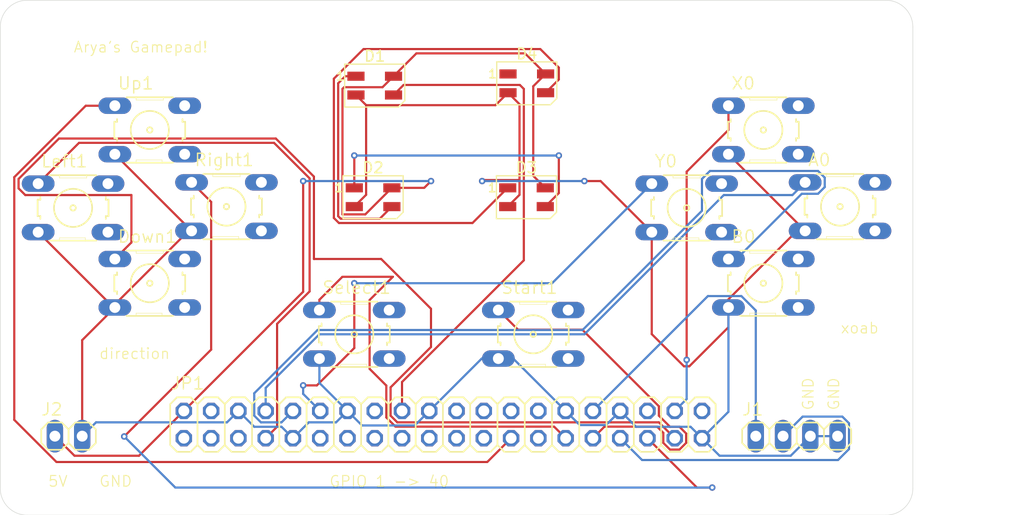
<source format=kicad_pcb>
(kicad_pcb (version 20241229) (generator "pcbnew") (generator_version "9.0")
  (layers (0 "F.Cu" signal) (2 "B.Cu" signal) (13 "F.Paste" user) (15 "B.Paste" user) (5 "F.SilkS" user "F.Silkscreen") (7 "B.SilkS" user "B.Silkscreen") (1 "F.Mask" user) (3 "B.Mask" user) (25 "Edge.Cuts" user))
  (net 0 "")
  (net 3 "GND")
  (net 4 "Net-(A0-S)")
  (net 7 "Net-(B0-S)")
  (net 8 "Net-(D1-DIN)")
  (net 9 "+5V")
  (net 10 "Net-(D1-DOUT)")
  (net 11 "Net-(D2-DOUT)")
  (net 12 "Net-(D3-DOUT)")
  (net 14 "Net-(Down1-S)")
  (net 17 "Net-(J1-Pin_1)")
  (net 18 "Net-(J1-Pin_2)")
  (net 23 "Net-(Select1-S)")
  (net 24 "Net-(X0-S)")
  (net 25 "Net-(Left1-S)")
  (net 28 "Net-(Right1-S)")
  (net 31 "Net-(Start1-S)")
  (net 32 "Net-(Up1-S)")
  (net 33 "Net-(Y0-S)")
  (footprint "components:B3F-10XX" (layer "F.Cu") (at 61.9125 180.975)
    (property "Reference" "Start1" (at -3.048 -3.683 0) (layer "F.SilkS") (effects (font (size 1.143 1.143) (thickness 0.127)) (justify left bottom)))
    (property "Value" "~")
    (pad "1" thru_hole oval (at -3.2512 -2.2606) (size 3.048 1.524) (drill 1.016) (layers "*.Cu" "*.Mask") (net 31 "Net-(Start1-S)"))
    (pad "2" thru_hole oval (at 3.2512 -2.2606) (size 3.048 1.524) (drill 1.016) (layers "*.Cu" "*.Mask"))
    (pad "3" thru_hole oval (at -3.2512 2.2606) (size 3.048 1.524) (drill 1.016) (layers "*.Cu" "*.Mask") (net 3 "GND"))
    (pad "4" thru_hole oval (at 3.2512 2.2606) (size 3.048 1.524) (drill 1.016) (layers "*.Cu" "*.Mask"))
  )
  (footprint "LED_SMD:LED_SK6812MINI_PLCC4_3.5x3.5mm_P1.75mm" (layer "F.Cu") (at 61.28125 168.19375)
    (property "Reference" "D3" (at 0 -2.75 0) (layer "F.SilkS"))
    (property "Value" "SK6812MINI")
    (fp_text user "1" (at -3.2 -0.875 0) (layer "F.SilkS") (effects (font (size 0.8 0.8))))
    (pad "1" smd rect (at -1.75 -0.875) (size 1.6 0.85) (layers "F.Cu" "F.Mask" "F.Paste") (net 12 "Net-(D3-DOUT)"))
    (pad "2" smd rect (at -1.75 0.875) (size 1.6 0.85) (layers "F.Cu" "F.Mask" "F.Paste") (net 3 "GND"))
    (pad "3" smd rect (at 1.75 0.875) (size 1.6 0.85) (layers "F.Cu" "F.Mask" "F.Paste") (net 11 "Net-(D2-DOUT)"))
    (pad "4" smd rect (at 1.75 -0.875) (size 1.6 0.85) (layers "F.Cu" "F.Mask" "F.Paste") (net 9 "+5V"))
  )
  (footprint "components:B3F-10XX" (layer "F.Cu") (at 76.2 169.1894)
    (property "Reference" "Y0" (at -3.048 -3.683 0) (layer "F.SilkS") (effects (font (size 1.143 1.143) (thickness 0.127)) (justify left bottom)))
    (property "Value" "~")
    (pad "1" thru_hole oval (at -3.2512 -2.2606) (size 3.048 1.524) (drill 1.016) (layers "*.Cu" "*.Mask") (net 33 "Net-(Y0-S)"))
    (pad "2" thru_hole oval (at 3.2512 -2.2606) (size 3.048 1.524) (drill 1.016) (layers "*.Cu" "*.Mask"))
    (pad "3" thru_hole oval (at -3.2512 2.2606) (size 3.048 1.524) (drill 1.016) (layers "*.Cu" "*.Mask") (net 3 "GND"))
    (pad "4" thru_hole oval (at 3.2512 2.2606) (size 3.048 1.524) (drill 1.016) (layers "*.Cu" "*.Mask"))
  )
  (footprint "components:1X04" (layer "F.Cu") (at 86.448473 190.470574)
    (property "Reference" "J1" (at -5.1562 -1.8288 0) (layer "F.SilkS") (effects (font (size 1.143 1.143) (thickness 0.127)) (justify left bottom)))
    (property "Value" "Conn_01x04_Socket (bumper)")
    (pad "1" thru_hole oval (at -3.81 0 90) (size 3.048 1.524) (drill 1.016) (layers "*.Cu" "*.Mask") (net 17 "Net-(J1-Pin_1)"))
    (pad "2" thru_hole oval (at -1.27 0 90) (size 3.048 1.524) (drill 1.016) (layers "*.Cu" "*.Mask") (net 18 "Net-(J1-Pin_2)"))
    (pad "3" thru_hole oval (at 1.27 0 90) (size 3.048 1.524) (drill 1.016) (layers "*.Cu" "*.Mask") (net 3 "GND"))
    (pad "4" thru_hole oval (at 3.81 0 90) (size 3.048 1.524) (drill 1.016) (layers "*.Cu" "*.Mask") (net 3 "GND"))
  )
  (footprint "components:B3F-10XX" (layer "F.Cu") (at 90.4875 169.06875)
    (property "Reference" "A0" (at -3.048 -3.683 0) (layer "F.SilkS") (effects (font (size 1.143 1.143) (thickness 0.127)) (justify left bottom)))
    (property "Value" "~")
    (pad "1" thru_hole oval (at -3.2512 -2.2606) (size 3.048 1.524) (drill 1.016) (layers "*.Cu" "*.Mask") (net 4 "Net-(A0-S)"))
    (pad "2" thru_hole oval (at 3.2512 -2.2606) (size 3.048 1.524) (drill 1.016) (layers "*.Cu" "*.Mask"))
    (pad "3" thru_hole oval (at -3.2512 2.2606) (size 3.048 1.524) (drill 1.016) (layers "*.Cu" "*.Mask") (net 3 "GND"))
    (pad "4" thru_hole oval (at 3.2512 2.2606) (size 3.048 1.524) (drill 1.016) (layers "*.Cu" "*.Mask"))
  )
  (footprint "components:B3F-10XX" (layer "F.Cu") (at 26.19375 161.925)
    (property "Reference" "Up1" (at -3.048 -3.683 0) (layer "F.SilkS") (effects (font (size 1.143 1.143) (thickness 0.127)) (justify left bottom)))
    (property "Value" "~")
    (pad "1" thru_hole oval (at -3.2512 -2.2606) (size 3.048 1.524) (drill 1.016) (layers "*.Cu" "*.Mask") (net 32 "Net-(Up1-S)"))
    (pad "2" thru_hole oval (at 3.2512 -2.2606) (size 3.048 1.524) (drill 1.016) (layers "*.Cu" "*.Mask"))
    (pad "3" thru_hole oval (at -3.2512 2.2606) (size 3.048 1.524) (drill 1.016) (layers "*.Cu" "*.Mask") (net 3 "GND"))
    (pad "4" thru_hole oval (at 3.2512 2.2606) (size 3.048 1.524) (drill 1.016) (layers "*.Cu" "*.Mask"))
  )
  (footprint "LED_SMD:LED_SK6812MINI_PLCC4_3.5x3.5mm_P1.75mm" (layer "F.Cu") (at 46.99375 168.19375)
    (property "Reference" "D2" (at 0 -2.75 0) (layer "F.SilkS"))
    (property "Value" "SK6812MINI")
    (fp_text user "1" (at -3.2 -0.875 0) (layer "F.SilkS") (effects (font (size 0.8 0.8))))
    (pad "1" smd rect (at -1.75 -0.875) (size 1.6 0.85) (layers "F.Cu" "F.Mask" "F.Paste") (net 11 "Net-(D2-DOUT)"))
    (pad "2" smd rect (at -1.75 0.875) (size 1.6 0.85) (layers "F.Cu" "F.Mask" "F.Paste") (net 3 "GND"))
    (pad "3" smd rect (at 1.75 0.875) (size 1.6 0.85) (layers "F.Cu" "F.Mask" "F.Paste") (net 10 "Net-(D1-DOUT)"))
    (pad "4" smd rect (at 1.75 -0.875) (size 1.6 0.85) (layers "F.Cu" "F.Mask" "F.Paste") (net 9 "+5V"))
  )
  (footprint "components:B3F-10XX" (layer "F.Cu") (at 19.05 169.1894)
    (property "Reference" "Left1" (at -3.048 -3.683 0) (layer "F.SilkS") (effects (font (size 1.143 1.143) (thickness 0.127)) (justify left bottom)))
    (property "Value" "~")
    (pad "1" thru_hole oval (at -3.2512 -2.2606) (size 3.048 1.524) (drill 1.016) (layers "*.Cu" "*.Mask") (net 25 "Net-(Left1-S)"))
    (pad "2" thru_hole oval (at 3.2512 -2.2606) (size 3.048 1.524) (drill 1.016) (layers "*.Cu" "*.Mask"))
    (pad "3" thru_hole oval (at -3.2512 2.2606) (size 3.048 1.524) (drill 1.016) (layers "*.Cu" "*.Mask") (net 3 "GND"))
    (pad "4" thru_hole oval (at 3.2512 2.2606) (size 3.048 1.524) (drill 1.016) (layers "*.Cu" "*.Mask"))
  )
  (footprint "components:1X02" (layer "F.Cu") (at 18.628394 190.470574)
    (property "Reference" "J2" (at -2.6162 -1.8288 0) (layer "F.SilkS") (effects (font (size 1.143 1.143) (thickness 0.127)) (justify left bottom)))
    (property "Value" "Conn_01x02_Socket (power)")
    (pad "1" thru_hole oval (at -1.27 0 90) (size 3.048 1.524) (drill 1.016) (layers "*.Cu" "*.Mask") (net 9 "+5V"))
    (pad "2" thru_hole oval (at 1.27 0 90) (size 3.048 1.524) (drill 1.016) (layers "*.Cu" "*.Mask") (net 3 "GND"))
  )
  (footprint "components:B3F-10XX" (layer "F.Cu") (at 33.3375 169.06875)
    (property "Reference" "Right1" (at -3.048 -3.683 0) (layer "F.SilkS") (effects (font (size 1.143 1.143) (thickness 0.127)) (justify left bottom)))
    (property "Value" "~")
    (pad "1" thru_hole oval (at -3.2512 -2.2606) (size 3.048 1.524) (drill 1.016) (layers "*.Cu" "*.Mask") (net 28 "Net-(Right1-S)"))
    (pad "2" thru_hole oval (at 3.2512 -2.2606) (size 3.048 1.524) (drill 1.016) (layers "*.Cu" "*.Mask"))
    (pad "3" thru_hole oval (at -3.2512 2.2606) (size 3.048 1.524) (drill 1.016) (layers "*.Cu" "*.Mask") (net 3 "GND"))
    (pad "4" thru_hole oval (at 3.2512 2.2606) (size 3.048 1.524) (drill 1.016) (layers "*.Cu" "*.Mask"))
  )
  (footprint "components:B3F-10XX" (layer "F.Cu") (at 83.34375 176.2125)
    (property "Reference" "B0" (at -3.048 -3.683 0) (layer "F.SilkS") (effects (font (size 1.143 1.143) (thickness 0.127)) (justify left bottom)))
    (property "Value" "~")
    (pad "1" thru_hole oval (at -3.2512 -2.2606) (size 3.048 1.524) (drill 1.016) (layers "*.Cu" "*.Mask") (net 7 "Net-(B0-S)"))
    (pad "2" thru_hole oval (at 3.2512 -2.2606) (size 3.048 1.524) (drill 1.016) (layers "*.Cu" "*.Mask"))
    (pad "3" thru_hole oval (at -3.2512 2.2606) (size 3.048 1.524) (drill 1.016) (layers "*.Cu" "*.Mask") (net 3 "GND"))
    (pad "4" thru_hole oval (at 3.2512 2.2606) (size 3.048 1.524) (drill 1.016) (layers "*.Cu" "*.Mask"))
  )
  (footprint "components:B3F-10XX" (layer "F.Cu") (at 45.24375 180.975)
    (property "Reference" "Select1" (at -3.048 -3.683 0) (layer "F.SilkS") (effects (font (size 1.143 1.143) (thickness 0.127)) (justify left bottom)))
    (property "Value" "~")
    (pad "1" thru_hole oval (at -3.2512 -2.2606) (size 3.048 1.524) (drill 1.016) (layers "*.Cu" "*.Mask") (net 23 "Net-(Select1-S)"))
    (pad "2" thru_hole oval (at 3.2512 -2.2606) (size 3.048 1.524) (drill 1.016) (layers "*.Cu" "*.Mask"))
    (pad "3" thru_hole oval (at -3.2512 2.2606) (size 3.048 1.524) (drill 1.016) (layers "*.Cu" "*.Mask") (net 3 "GND"))
    (pad "4" thru_hole oval (at 3.2512 2.2606) (size 3.048 1.524) (drill 1.016) (layers "*.Cu" "*.Mask"))
  )
  (footprint "components:2X20" (layer "F.Cu") (at 53.49875 189.38875)
    (property "Reference" "JP1" (at -25.4 -3.175 0) (layer "F.SilkS") (effects (font (size 1.143 1.143) (thickness 0.127)) (justify left bottom)))
    (property "Value" "~")
    (pad "1" thru_hole roundrect (at -24.13 1.27) (size 1.524 1.524) (drill 1.016) (layers "*.Cu" "*.Mask") (chamfer_ratio 0.2928932188) (chamfer top_left top_right bottom_left bottom_right))
    (pad "2" thru_hole roundrect (at -24.13 -1.27) (size 1.524 1.524) (drill 1.016) (layers "*.Cu" "*.Mask") (chamfer_ratio 0.2928932188) (chamfer top_left top_right bottom_left bottom_right) (net 9 "+5V"))
    (pad "3" thru_hole roundrect (at -21.59 1.27) (size 1.524 1.524) (drill 1.016) (layers "*.Cu" "*.Mask") (chamfer_ratio 0.2928932188) (chamfer top_left top_right bottom_left bottom_right))
    (pad "4" thru_hole roundrect (at -21.59 -1.27) (size 1.524 1.524) (drill 1.016) (layers "*.Cu" "*.Mask") (chamfer_ratio 0.2928932188) (chamfer top_left top_right bottom_left bottom_right))
    (pad "5" thru_hole roundrect (at -19.05 1.27) (size 1.524 1.524) (drill 1.016) (layers "*.Cu" "*.Mask") (chamfer_ratio 0.2928932188) (chamfer top_left top_right bottom_left bottom_right))
    (pad "6" thru_hole roundrect (at -19.05 -1.27) (size 1.524 1.524) (drill 1.016) (layers "*.Cu" "*.Mask") (chamfer_ratio 0.2928932188) (chamfer top_left top_right bottom_left bottom_right) (net 3 "GND"))
    (pad "7" thru_hole roundrect (at -16.51 1.27) (size 1.524 1.524) (drill 1.016) (layers "*.Cu" "*.Mask") (chamfer_ratio 0.2928932188) (chamfer top_left top_right bottom_left bottom_right) (net 25 "Net-(Left1-S)"))
    (pad "8" thru_hole roundrect (at -16.51 -1.27) (size 1.524 1.524) (drill 1.016) (layers "*.Cu" "*.Mask") (chamfer_ratio 0.2928932188) (chamfer top_left top_right bottom_left bottom_right) (net 4 "Net-(A0-S)"))
    (pad "9" thru_hole roundrect (at -13.97 1.27) (size 1.524 1.524) (drill 1.016) (layers "*.Cu" "*.Mask") (chamfer_ratio 0.2928932188) (chamfer top_left top_right bottom_left bottom_right) (net 3 "GND"))
    (pad "10" thru_hole roundrect (at -13.97 -1.27) (size 1.524 1.524) (drill 1.016) (layers "*.Cu" "*.Mask") (chamfer_ratio 0.2928932188) (chamfer top_left top_right bottom_left bottom_right) (net 7 "Net-(B0-S)"))
    (pad "11" thru_hole roundrect (at -11.43 1.27) (size 1.524 1.524) (drill 1.016) (layers "*.Cu" "*.Mask") (chamfer_ratio 0.2928932188) (chamfer top_left top_right bottom_left bottom_right))
    (pad "12" thru_hole roundrect (at -11.43 -1.27) (size 1.524 1.524) (drill 1.016) (layers "*.Cu" "*.Mask") (chamfer_ratio 0.2928932188) (chamfer top_left top_right bottom_left bottom_right) (net 33 "Net-(Y0-S)"))
    (pad "13" thru_hole roundrect (at -8.89 1.27) (size 1.524 1.524) (drill 1.016) (layers "*.Cu" "*.Mask") (chamfer_ratio 0.2928932188) (chamfer top_left top_right bottom_left bottom_right))
    (pad "14" thru_hole roundrect (at -8.89 -1.27) (size 1.524 1.524) (drill 1.016) (layers "*.Cu" "*.Mask") (chamfer_ratio 0.2928932188) (chamfer top_left top_right bottom_left bottom_right) (net 3 "GND"))
    (pad "15" thru_hole roundrect (at -6.35 1.27) (size 1.524 1.524) (drill 1.016) (layers "*.Cu" "*.Mask") (chamfer_ratio 0.2928932188) (chamfer top_left top_right bottom_left bottom_right))
    (pad "16" thru_hole roundrect (at -6.35 -1.27) (size 1.524 1.524) (drill 1.016) (layers "*.Cu" "*.Mask") (chamfer_ratio 0.2928932188) (chamfer top_left top_right bottom_left bottom_right))
    (pad "17" thru_hole roundrect (at -3.81 1.27) (size 1.524 1.524) (drill 1.016) (layers "*.Cu" "*.Mask") (chamfer_ratio 0.2928932188) (chamfer top_left top_right bottom_left bottom_right))
    (pad "18" thru_hole roundrect (at -3.81 -1.27) (size 1.524 1.524) (drill 1.016) (layers "*.Cu" "*.Mask") (chamfer_ratio 0.2928932188) (chamfer top_left top_right bottom_left bottom_right) (net 8 "Net-(D1-DIN)"))
    (pad "19" thru_hole roundrect (at -1.27 1.27) (size 1.524 1.524) (drill 1.016) (layers "*.Cu" "*.Mask") (chamfer_ratio 0.2928932188) (chamfer top_left top_right bottom_left bottom_right))
    (pad "20" thru_hole roundrect (at -1.27 -1.27) (size 1.524 1.524) (drill 1.016) (layers "*.Cu" "*.Mask") (chamfer_ratio 0.2928932188) (chamfer top_left top_right bottom_left bottom_right) (net 3 "GND"))
    (pad "21" thru_hole roundrect (at 1.27 1.27) (size 1.524 1.524) (drill 1.016) (layers "*.Cu" "*.Mask") (chamfer_ratio 0.2928932188) (chamfer top_left top_right bottom_left bottom_right))
    (pad "22" thru_hole roundrect (at 1.27 -1.27) (size 1.524 1.524) (drill 1.016) (layers "*.Cu" "*.Mask") (chamfer_ratio 0.2928932188) (chamfer top_left top_right bottom_left bottom_right))
    (pad "23" thru_hole roundrect (at 3.81 1.27) (size 1.524 1.524) (drill 1.016) (layers "*.Cu" "*.Mask") (chamfer_ratio 0.2928932188) (chamfer top_left top_right bottom_left bottom_right))
    (pad "24" thru_hole roundrect (at 3.81 -1.27) (size 1.524 1.524) (drill 1.016) (layers "*.Cu" "*.Mask") (chamfer_ratio 0.2928932188) (chamfer top_left top_right bottom_left bottom_right))
    (pad "25" thru_hole roundrect (at 6.35 1.27) (size 1.524 1.524) (drill 1.016) (layers "*.Cu" "*.Mask") (chamfer_ratio 0.2928932188) (chamfer top_left top_right bottom_left bottom_right) (net 32 "Net-(Up1-S)"))
    (pad "26" thru_hole roundrect (at 6.35 -1.27) (size 1.524 1.524) (drill 1.016) (layers "*.Cu" "*.Mask") (chamfer_ratio 0.2928932188) (chamfer top_left top_right bottom_left bottom_right))
    (pad "27" thru_hole roundrect (at 8.89 1.27) (size 1.524 1.524) (drill 1.016) (layers "*.Cu" "*.Mask") (chamfer_ratio 0.2928932188) (chamfer top_left top_right bottom_left bottom_right))
    (pad "28" thru_hole roundrect (at 8.89 -1.27) (size 1.524 1.524) (drill 1.016) (layers "*.Cu" "*.Mask") (chamfer_ratio 0.2928932188) (chamfer top_left top_right bottom_left bottom_right))
    (pad "29" thru_hole roundrect (at 11.43 1.27) (size 1.524 1.524) (drill 1.016) (layers "*.Cu" "*.Mask") (chamfer_ratio 0.2928932188) (chamfer top_left top_right bottom_left bottom_right) (net 23 "Net-(Select1-S)"))
    (pad "30" thru_hole roundrect (at 11.43 -1.27) (size 1.524 1.524) (drill 1.016) (layers "*.Cu" "*.Mask") (chamfer_ratio 0.2928932188) (chamfer top_left top_right bottom_left bottom_right) (net 3 "GND"))
    (pad "31" thru_hole roundrect (at 13.97 1.27) (size 1.524 1.524) (drill 1.016) (layers "*.Cu" "*.Mask") (chamfer_ratio 0.2928932188) (chamfer top_left top_right bottom_left bottom_right) (net 31 "Net-(Start1-S)"))
    (pad "32" thru_hole roundrect (at 13.97 -1.27) (size 1.524 1.524) (drill 1.016) (layers "*.Cu" "*.Mask") (chamfer_ratio 0.2928932188) (chamfer top_left top_right bottom_left bottom_right) (net 17 "Net-(J1-Pin_1)"))
    (pad "33" thru_hole roundrect (at 16.51 1.27) (size 1.524 1.524) (drill 1.016) (layers "*.Cu" "*.Mask") (chamfer_ratio 0.2928932188) (chamfer top_left top_right bottom_left bottom_right) (net 18 "Net-(J1-Pin_2)"))
    (pad "34" thru_hole roundrect (at 16.51 -1.27) (size 1.524 1.524) (drill 1.016) (layers "*.Cu" "*.Mask") (chamfer_ratio 0.2928932188) (chamfer top_left top_right bottom_left bottom_right) (net 3 "GND"))
    (pad "35" thru_hole roundrect (at 19.05 1.27) (size 1.524 1.524) (drill 1.016) (layers "*.Cu" "*.Mask") (chamfer_ratio 0.2928932188) (chamfer top_left top_right bottom_left bottom_right) (net 28 "Net-(Right1-S)"))
    (pad "36" thru_hole roundrect (at 19.05 -1.27) (size 1.524 1.524) (drill 1.016) (layers "*.Cu" "*.Mask") (chamfer_ratio 0.2928932188) (chamfer top_left top_right bottom_left bottom_right) (net 32 "Net-(Up1-S)"))
    (pad "37" thru_hole roundrect (at 21.59 1.27) (size 1.524 1.524) (drill 1.016) (layers "*.Cu" "*.Mask") (chamfer_ratio 0.2928932188) (chamfer top_left top_right bottom_left bottom_right) (net 14 "Net-(Down1-S)"))
    (pad "38" thru_hole roundrect (at 21.59 -1.27) (size 1.524 1.524) (drill 1.016) (layers "*.Cu" "*.Mask") (chamfer_ratio 0.2928932188) (chamfer top_left top_right bottom_left bottom_right) (net 24 "Net-(X0-S)"))
    (pad "39" thru_hole roundrect (at 24.13 1.27) (size 1.524 1.524) (drill 1.016) (layers "*.Cu" "*.Mask") (chamfer_ratio 0.2928932188) (chamfer top_left top_right bottom_left bottom_right) (net 3 "GND"))
    (pad "40" thru_hole roundrect (at 24.13 -1.27) (size 1.524 1.524) (drill 1.016) (layers "*.Cu" "*.Mask") (chamfer_ratio 0.2928932188) (chamfer top_left top_right bottom_left bottom_right))
  )
  (footprint "components:B3F-10XX" (layer "F.Cu") (at 83.34375 161.925)
    (property "Reference" "X0" (at -3.048 -3.683 0) (layer "F.SilkS") (effects (font (size 1.143 1.143) (thickness 0.127)) (justify left bottom)))
    (property "Value" "~")
    (pad "1" thru_hole oval (at -3.2512 -2.2606) (size 3.048 1.524) (drill 1.016) (layers "*.Cu" "*.Mask") (net 24 "Net-(X0-S)"))
    (pad "2" thru_hole oval (at 3.2512 -2.2606) (size 3.048 1.524) (drill 1.016) (layers "*.Cu" "*.Mask"))
    (pad "3" thru_hole oval (at -3.2512 2.2606) (size 3.048 1.524) (drill 1.016) (layers "*.Cu" "*.Mask") (net 3 "GND"))
    (pad "4" thru_hole oval (at 3.2512 2.2606) (size 3.048 1.524) (drill 1.016) (layers "*.Cu" "*.Mask"))
  )
  (footprint "LED_SMD:LED_SK6812MINI_PLCC4_3.5x3.5mm_P1.75mm" (layer "F.Cu") (at 61.310738 157.575134)
    (property "Reference" "D4" (at 0 -2.75 0) (layer "F.SilkS"))
    (property "Value" "SK6812MINI")
    (fp_text user "1" (at -3.2 -0.875 0) (layer "F.SilkS") (effects (font (size 0.8 0.8))))
    (pad "1" smd rect (at -1.75 -0.875) (size 1.6 0.85) (layers "F.Cu" "F.Mask" "F.Paste"))
    (pad "2" smd rect (at -1.75 0.875) (size 1.6 0.85) (layers "F.Cu" "F.Mask" "F.Paste") (net 3 "GND"))
    (pad "3" smd rect (at 1.75 0.875) (size 1.6 0.85) (layers "F.Cu" "F.Mask" "F.Paste") (net 12 "Net-(D3-DOUT)"))
    (pad "4" smd rect (at 1.75 -0.875) (size 1.6 0.85) (layers "F.Cu" "F.Mask" "F.Paste") (net 9 "+5V"))
  )
  (footprint "LED_SMD:LED_SK6812MINI_PLCC4_3.5x3.5mm_P1.75mm" (layer "F.Cu") (at 47.147821 157.788431)
    (property "Reference" "D1" (at 0 -2.75 0) (layer "F.SilkS"))
    (property "Value" "SK6812MINI")
    (fp_text user "1" (at -3.2 -0.875 0) (layer "F.SilkS") (effects (font (size 0.8 0.8))))
    (pad "1" smd rect (at -1.75 -0.875) (size 1.6 0.85) (layers "F.Cu" "F.Mask" "F.Paste") (net 10 "Net-(D1-DOUT)"))
    (pad "2" smd rect (at -1.75 0.875) (size 1.6 0.85) (layers "F.Cu" "F.Mask" "F.Paste") (net 3 "GND"))
    (pad "3" smd rect (at 1.75 0.875) (size 1.6 0.85) (layers "F.Cu" "F.Mask" "F.Paste") (net 8 "Net-(D1-DIN)"))
    (pad "4" smd rect (at 1.75 -0.875) (size 1.6 0.85) (layers "F.Cu" "F.Mask" "F.Paste") (net 9 "+5V"))
  )
  (footprint "components:B3F-10XX" (layer "F.Cu") (at 26.19375 176.2125)
    (property "Reference" "Down1" (at -3.048 -3.683 0) (layer "F.SilkS") (effects (font (size 1.143 1.143) (thickness 0.127)) (justify left bottom)))
    (property "Value" "~")
    (pad "1" thru_hole oval (at -3.2512 -2.2606) (size 3.048 1.524) (drill 1.016) (layers "*.Cu" "*.Mask") (net 14 "Net-(Down1-S)"))
    (pad "2" thru_hole oval (at 3.2512 -2.2606) (size 3.048 1.524) (drill 1.016) (layers "*.Cu" "*.Mask"))
    (pad "3" thru_hole oval (at -3.2512 2.2606) (size 3.048 1.524) (drill 1.016) (layers "*.Cu" "*.Mask") (net 3 "GND"))
    (pad "4" thru_hole oval (at 3.2512 2.2606) (size 3.048 1.524) (drill 1.016) (layers "*.Cu" "*.Mask"))
  )
  (gr_arc (start 12.26875 152.33125) (mid 13.000983 150.563483) (end 14.76875 149.83125) (stroke (width 0.05)) (layer "Edge.Cuts"))
  (gr_arc (start 94.76875 149.83125) (mid 96.536517 150.563483) (end 97.26875 152.33125) (stroke (width 0.05)) (layer "Edge.Cuts"))
  (gr_line (start 94.76875 197.83125) (end 14.76875 197.83125) (stroke (width 0.05)) (layer "Edge.Cuts"))
  (gr_arc (start 97.26875 195.33125) (mid 96.536517 197.099017) (end 94.76875 197.83125) (stroke (width 0.05)) (layer "Edge.Cuts"))
  (gr_line (start 12.26875 195.33125) (end 12.26875 152.33125) (stroke (width 0.05)) (layer "Edge.Cuts"))
  (gr_arc (start 14.76875 197.83125) (mid 13.000983 197.099017) (end 12.26875 195.33125) (stroke (width 0.05)) (layer "Edge.Cuts"))
  (gr_line (start 97.26875 152.33125) (end 97.26875 195.33125) (stroke (width 0.05)) (layer "Edge.Cuts"))
  (gr_line (start 14.76875 149.83125) (end 94.76875 149.83125) (stroke (width 0.05)) (layer "Edge.Cuts"))
  (gr_text "GPIO 1 -> 40" (at 42.8625 195.2625 0) (layer "F.SilkS") (effects (font (size 1 1) (thickness 0.1)) (justify left bottom)))
  (gr_text "GND\n" (at 90.4875 188.11875 90) (layer "F.SilkS") (effects (font (size 1 1) (thickness 0.1)) (justify left bottom)))
  (gr_text "GND\n" (at 88.10625 188.11875 90) (layer "F.SilkS") (effects (font (size 1 1) (thickness 0.1)) (justify left bottom)))
  (gr_text "GND\n" (at 21.43125 195.2625 0) (layer "F.SilkS") (effects (font (size 1 1) (thickness 0.1)) (justify left bottom)))
  (gr_text "direction" (at 21.43125 183.35625 0) (layer "F.SilkS") (effects (font (size 1 1) (thickness 0.1)) (justify left bottom)))
  (gr_text "Arya's Gamepad!\n" (at 19.05 154.78125 0) (layer "F.SilkS") (effects (font (size 1 1) (thickness 0.1)) (justify left bottom)))
  (gr_text "xoab\n" (at 90.4875 180.975 0) (layer "F.SilkS") (effects (font (size 1 1) (thickness 0.1)) (justify left bottom)))
  (gr_text "5V\n" (at 16.66875 195.2625 0) (layer "F.SilkS") (effects (font (size 1 1) (thickness 0.1)) (justify left bottom)))
  (segment (start 45.24375 169.06875) (end 46.34475 167.96775) (width 0.2) (layer "F.Cu") (net 3))
  (segment (start 80.09255 180.313643) (end 76.448943 183.95725) (width 0.2) (layer "F.Cu") (net 3))
  (segment (start 30.0863 171.32935) (end 22.94255 164.1856) (width 0.2) (layer "F.Cu") (net 3))
  (segment (start 58.400512 159.61036) (end 59.560738 158.450134) (width 0.2) (layer "F.Cu") (net 3))
  (segment (start 76.448943 183.95725) (end 75.951057 183.95725) (width 0.2) (layer "F.Cu") (net 3))
  (segment (start 22.94255 178.4731) (end 22.94255 178.188991) (width 0.2) (layer "F.Cu") (net 3))
  (segment (start 29.802191 171.32935) (end 30.0863 171.32935) (width 0.2) (layer "F.Cu") (net 3))
  (segment (start 60.5375 166.59275) (end 60.63225 166.6875) (width 0.2) (layer "F.Cu") (net 3))
  (segment (start 19.898394 181.517256) (end 22.94255 178.4731) (width 0.2) (layer "F.Cu") (net 3))
  (segment (start 22.94255 178.4731) (end 22.8219 178.4731) (width 0.2) (layer "F.Cu") (net 3))
  (segment (start 59.560738 158.450134) (end 60.63225 159.521646) (width 0.2) (layer "F.Cu") (net 3))
  (segment (start 72.9488 171.45) (end 68.1863 166.6875) (width 0.2) (layer "F.Cu") (net 3))
  (segment (start 60.63225 166.6875) (end 60.63225 167.96775) (width 0.2) (layer "F.Cu") (net 3))
  (segment (start 57.24475 166.59275) (end 60.5375 166.59275) (width 0.2) (layer "F.Cu") (net 3))
  (segment (start 80.09255 177.7111) (end 80.09255 178.4731) (width 0.2) (layer "F.Cu") (net 3))
  (segment (start 72.9488 180.954993) (end 72.9488 171.45) (width 0.2) (layer "F.Cu") (net 3))
  (segment (start 80.09255 178.4731) (end 80.09255 180.313643) (width 0.2) (layer "F.Cu") (net 3))
  (segment (start 68.1863 166.6875) (end 66.675 166.6875) (width 0.2) (layer "F.Cu") (net 3))
  (segment (start 45.397821 158.663431) (end 46.34475 159.61036) (width 0.2) (layer "F.Cu") (net 3))
  (segment (start 60.63225 167.96775) (end 59.53125 169.06875) (width 0.2) (layer "F.Cu") (net 3))
  (segment (start 46.34475 167.96775) (end 46.34475 159.61036) (width 0.2) (layer "F.Cu") (net 3))
  (segment (start 86.4743 171.32935) (end 80.09255 177.7111) (width 0.2) (layer "F.Cu") (net 3))
  (segment (start 80.09255 164.1856) (end 87.2363 171.32935) (width 0.2) (layer "F.Cu") (net 3))
  (segment (start 46.34475 159.61036) (end 58.400512 159.61036) (width 0.2) (layer "F.Cu") (net 3))
  (segment (start 57.15 166.6875) (end 57.24475 166.59275) (width 0.2) (layer "F.Cu") (net 3))
  (segment (start 19.898394 190.470574) (end 19.898394 181.517256) (width 0.2) (layer "F.Cu") (net 3))
  (segment (start 87.2363 171.32935) (end 86.4743 171.32935) (width 0.2) (layer "F.Cu") (net 3))
  (segment (start 22.94255 178.188991) (end 29.802191 171.32935) (width 0.2) (layer "F.Cu") (net 3))
  (segment (start 60.63225 159.521646) (end 60.63225 166.6875) (width 0.2) (layer "F.Cu") (net 3))
  (segment (start 22.8219 178.4731) (end 15.7988 171.45) (width 0.2) (layer "F.Cu") (net 3))
  (segment (start 75.951057 183.95725) (end 72.9488 180.954993) (width 0.2) (layer "F.Cu") (net 3))
  (via (at 57.15 166.6875) (size 0.6) (drill 0.3) (layers "F.Cu" "B.Cu") (net 3))
  (via (at 66.675 166.6875) (size 0.6) (drill 0.3) (layers "F.Cu" "B.Cu") (net 3))
  (segment (start 79.265574 192.295574) (end 85.893473 192.295574) (width 0.2) (layer "B.Cu") (net 3))
  (segment (start 76.56575 189.59575) (end 77.62875 190.65875) (width 0.2) (layer "B.Cu") (net 3))
  (segment (start 58.6613 183.2356) (end 60.0456 183.2356) (width 0.2) (layer "B.Cu") (net 3))
  (segment (start 66.675 166.6875) (end 57.15 166.6875) (width 0.2) (layer "B.Cu") (net 3))
  (segment (start 19.898394 190.470574) (end 21.187218 189.18175) (width 0.2) (layer "B.Cu") (net 3))
  (segment (start 80.09255 188.19495) (end 80.09255 178.4731) (width 0.2) (layer "B.Cu") (net 3))
  (segment (start 41.00575 189.18175) (end 43.54575 189.18175) (width 0.2) (layer "B.Cu") (net 3))
  (segment (start 64.92875 188.11875) (end 66.247 189.437) (width 0.2) (layer "B.Cu") (net 3))
  (segment (start 34.44875 188.11875) (end 35.92575 189.59575) (width 0.2) (layer "B.Cu") (net 3))
  (segment (start 21.187218 189.18175) (end 33.38575 189.18175) (width 0.2) (layer "B.Cu") (net 3))
  (segment (start 77.62875 190.65875) (end 79.265574 192.295574) (width 0.2) (layer "B.Cu") (net 3))
  (segment (start 33.38575 189.18175) (end 34.44875 188.11875) (width 0.2) (layer "B.Cu") (net 3))
  (segment (start 66.247 189.437) (end 68.6905 189.437) (width 0.2) (layer "B.Cu") (net 3))
  (segment (start 52.22875 188.11875) (end 57.1119 183.2356) (width 0.2) (layer "B.Cu") (net 3))
  (segment (start 43.54575 189.18175) (end 44.60875 188.11875) (width 0.2) (layer "B.Cu") (net 3))
  (segment (start 35.92575 189.59575) (end 38.46575 189.59575) (width 0.2) (layer "B.Cu") (net 3))
  (segment (start 68.6905 189.437) (end 70.00875 188.11875) (width 0.2) (layer "B.Cu") (net 3))
  (segment (start 70.00875 188.11875) (end 71.48575 189.59575) (width 0.2) (layer "B.Cu") (net 3))
  (segment (start 41.99255 185.50255) (end 41.99255 183.2356) (width 0.2) (layer "B.Cu") (net 3))
  (segment (start 44.60875 188.11875) (end 45.96294 189.47294) (width 0.2) (layer "B.Cu") (net 3))
  (segment (start 60.0456 183.2356) (end 64.92875 188.11875) (width 0.2) (layer "B.Cu") (net 3))
  (segment (start 77.62875 190.65875) (end 80.09255 188.19495) (width 0.2) (layer "B.Cu") (net 3))
  (segment (start 71.48575 189.59575) (end 76.56575 189.59575) (width 0.2) (layer "B.Cu") (net 3))
  (segment (start 50.87456 189.47294) (end 52.22875 188.11875) (width 0.2) (layer "B.Cu") (net 3))
  (segment (start 38.46575 189.59575) (end 39.52875 190.65875) (width 0.2) (layer "B.Cu") (net 3))
  (segment (start 57.1119 183.2356) (end 58.6613 183.2356) (width 0.2) (layer "B.Cu") (net 3))
  (segment (start 85.893473 192.295574) (end 87.718473 190.470574) (width 0.2) (layer "B.Cu") (net 3))
  (segment (start 39.52875 190.65875) (end 41.00575 189.18175) (width 0.2) (layer "B.Cu") (net 3))
  (segment (start 45.96294 189.47294) (end 50.87456 189.47294) (width 0.2) (layer "B.Cu") (net 3))
  (segment (start 87.718473 190.470574) (end 90.258473 190.470574) (width 0.2) (layer "B.Cu") (net 3))
  (segment (start 44.60875 188.11875) (end 41.99255 185.50255) (width 0.2) (layer "B.Cu") (net 3))
  (segment (start 66.675 180.975) (end 79.6582 167.9918) (width 0.2) (layer "B.Cu") (net 4))
  (segment (start 36.98875 185.974091) (end 41.987841 180.975) (width 0.2) (layer "B.Cu") (net 4))
  (segment (start 36.98875 188.11875) (end 36.98875 185.974091) (width 0.2) (layer "B.Cu") (net 4))
  (segment (start 79.6582 167.9918) (end 86.05265 167.9918) (width 0.2) (layer "B.Cu") (net 4))
  (segment (start 41.987841 180.975) (end 66.675 180.975) (width 0.2) (layer "B.Cu") (net 4))
  (segment (start 86.05265 167.9918) (end 87.2363 166.80815) (width 0.2) (layer "B.Cu") (net 4))
  (segment (start 77.6262 169.4567) (end 77.6262 166.488491) (width 0.2) (layer "B.Cu") (net 7))
  (segment (start 89.0613 167.248459) (end 88.438609 167.87115) (width 0.2) (layer "B.Cu") (net 7))
  (segment (start 77.6262 166.488491) (end 78.369541 165.74515) (width 0.2) (layer "B.Cu") (net 7))
  (segment (start 36.54844 189.18175) (end 35.92575 188.55906) (width 0.2) (layer "B.Cu") (net 7))
  (segment (start 86.9226 167.87115) (end 80.84185 173.9519) (width 0.2) (layer "B.Cu") (net 7))
  (segment (start 39.52875 188.11875) (end 38.46575 189.18175) (width 0.2) (layer "B.Cu") (net 7))
  (segment (start 35.92575 186.469991) (end 41.821741 180.574) (width 0.2) (layer "B.Cu") (net 7))
  (segment (start 80.84185 173.9519) (end 80.09255 173.9519) (width 0.2) (layer "B.Cu") (net 7))
  (segment (start 38.46575 189.18175) (end 36.54844 189.18175) (width 0.2) (layer "B.Cu") (net 7))
  (segment (start 66.5089 180.574) (end 77.6262 169.4567) (width 0.2) (layer "B.Cu") (net 7))
  (segment (start 89.0613 166.367841) (end 89.0613 167.248459) (width 0.2) (layer "B.Cu") (net 7))
  (segment (start 78.369541 165.74515) (end 88.438609 165.74515) (width 0.2) (layer "B.Cu") (net 7))
  (segment (start 35.92575 188.55906) (end 35.92575 186.469991) (width 0.2) (layer "B.Cu") (net 7))
  (segment (start 41.821741 180.574) (end 66.5089 180.574) (width 0.2) (layer "B.Cu") (net 7))
  (segment (start 88.438609 165.74515) (end 89.0613 166.367841) (width 0.2) (layer "B.Cu") (net 7))
  (segment (start 88.438609 167.87115) (end 86.9226 167.87115) (width 0.2) (layer "B.Cu") (net 7))
  (segment (start 49.68875 185.421641) (end 49.68875 188.11875) (width 0.2) (layer "F.Cu") (net 8))
  (segment (start 61.03325 174.077141) (end 49.68875 185.421641) (width 0.2) (layer "F.Cu") (net 8))
  (segment (start 49.837118 157.724134) (end 60.661738 157.724134) (width 0.2) (layer "F.Cu") (net 8))
  (segment (start 60.661738 157.724134) (end 61.03325 158.095646) (width 0.2) (layer "F.Cu") (net 8))
  (segment (start 48.897821 158.663431) (end 49.837118 157.724134) (width 0.2) (layer "F.Cu") (net 8))
  (segment (start 61.03325 158.095646) (end 61.03325 174.077141) (width 0.2) (layer "F.Cu") (net 8))
  (segment (start 40.48125 177.00625) (end 40.48125 166.6875) (width 0.2) (layer "F.Cu") (net 9))
  (segment (start 61.9125 157.848372) (end 61.9125 166.2) (width 0.2) (layer "F.Cu") (net 9))
  (segment (start 47.873821 157.937431) (end 48.897821 156.913431) (width 0.2) (layer "F.Cu") (net 9))
  (segment (start 44.296821 157.937431) (end 47.873821 157.937431) (width 0.2) (layer "F.Cu") (net 9))
  (segment (start 25.191926 192.295574) (end 29.36875 188.11875) (width 0.2) (layer "F.Cu") (net 9))
  (segment (start 61.141854 154.78125) (end 63.060738 156.700134) (width 0.2) (layer "F.Cu") (net 9))
  (segment (start 29.36875 188.11875) (end 40.48125 177.00625) (width 0.2) (layer "F.Cu") (net 9))
  (segment (start 19.183394 192.295574) (end 25.191926 192.295574) (width 0.2) (layer "F.Cu") (net 9))
  (segment (start 51.75625 167.31875) (end 48.74375 167.31875) (width 0.2) (layer "F.Cu") (net 9))
  (segment (start 44.14275 158.091502) (end 44.296821 157.937431) (width 0.2) (layer "F.Cu") (net 9))
  (segment (start 17.358394 190.470574) (end 19.183394 192.295574) (width 0.2) (layer "F.Cu") (net 9))
  (segment (start 46.26775 169.79475) (end 44.14275 169.79475) (width 0.2) (layer "F.Cu") (net 9))
  (segment (start 63.060738 156.700134) (end 61.9125 157.848372) (width 0.2) (layer "F.Cu") (net 9))
  (segment (start 44.14275 169.79475) (end 44.14275 158.091502) (width 0.2) (layer "F.Cu") (net 9))
  (segment (start 51.030002 154.78125) (end 61.141854 154.78125) (width 0.2) (layer "F.Cu") (net 9))
  (segment (start 61.9125 166.2) (end 63.03125 167.31875) (width 0.2) (layer "F.Cu") (net 9))
  (segment (start 48.74375 167.31875) (end 46.26775 169.79475) (width 0.2) (layer "F.Cu") (net 9))
  (segment (start 48.897821 156.913431) (end 51.030002 154.78125) (width 0.2) (layer "F.Cu") (net 9))
  (segment (start 52.3875 166.6875) (end 51.75625 167.31875) (width 0.2) (layer "F.Cu") (net 9))
  (via (at 52.3875 166.6875) (size 0.6) (drill 0.3) (layers "F.Cu" "B.Cu") (net 9))
  (via (at 40.48125 166.6875) (size 0.6) (drill 0.3) (layers "F.Cu" "B.Cu") (net 9))
  (segment (start 40.48125 166.6875) (end 52.3875 166.6875) (width 0.2) (layer "B.Cu") (net 9))
  (segment (start 47.61675 170.19575) (end 48.74375 169.06875) (width 0.2) (layer "F.Cu") (net 10))
  (segment (start 44.397821 156.913431) (end 43.74175 157.569502) (width 0.2) (layer "F.Cu") (net 10))
  (segment (start 43.74175 169.96085) (end 43.97665 170.19575) (width 0.2) (layer "F.Cu") (net 10))
  (segment (start 45.397821 156.913431) (end 44.397821 156.913431) (width 0.2) (layer "F.Cu") (net 10))
  (segment (start 43.74175 157.569502) (end 43.74175 169.96085) (width 0.2) (layer "F.Cu") (net 10))
  (segment (start 43.97665 170.19575) (end 47.61675 170.19575) (width 0.2) (layer "F.Cu") (net 10))
  (segment (start 45.24375 167.31875) (end 45.24375 164.30625) (width 0.2) (layer "F.Cu") (net 11))
  (segment (start 64.29375 164.30625) (end 64.29375 167.80625) (width 0.2) (layer "F.Cu") (net 11))
  (segment (start 64.29375 167.80625) (end 63.03125 169.06875) (width 0.2) (layer "F.Cu") (net 11))
  (via (at 64.29375 164.30625) (size 0.6) (drill 0.3) (layers "F.Cu" "B.Cu") (net 11))
  (via (at 45.24375 164.30625) (size 0.6) (drill 0.3) (layers "F.Cu" "B.Cu") (net 11))
  (segment (start 45.24375 164.30625) (end 64.29375 164.30625) (width 0.2) (layer "B.Cu") (net 11))
  (segment (start 43.34075 157.143502) (end 46.104002 154.38025) (width 0.2) (layer "F.Cu") (net 12))
  (segment (start 64.29375 156.106146) (end 64.29375 157.217122) (width 0.2) (layer "F.Cu") (net 12))
  (segment (start 56.25325 170.59675) (end 43.81055 170.59675) (width 0.2) (layer "F.Cu") (net 12))
  (segment (start 64.29375 157.217122) (end 63.060738 158.450134) (width 0.2) (layer "F.Cu") (net 12))
  (segment (start 62.567854 154.38025) (end 64.29375 156.106146) (width 0.2) (layer "F.Cu") (net 12))
  (segment (start 43.81055 170.59675) (end 43.34075 170.12695) (width 0.2) (layer "F.Cu") (net 12))
  (segment (start 43.34075 170.12695) (end 43.34075 157.143502) (width 0.2) (layer "F.Cu") (net 12))
  (segment (start 46.104002 154.38025) (end 62.567854 154.38025) (width 0.2) (layer "F.Cu") (net 12))
  (segment (start 59.53125 167.31875) (end 56.25325 170.59675) (width 0.2) (layer "F.Cu") (net 12))
  (segment (start 14.596491 167.9918) (end 13.9738 167.369109) (width 0.2) (layer "F.Cu") (net 14))
  (segment (start 47.74565 173.9519) (end 52.3875 178.59375) (width 0.2) (layer "F.Cu") (net 14))
  (segment (start 13.9738 166.488491) (end 17.740691 162.7216) (width 0.2) (layer "F.Cu") (net 14))
  (segment (start 48.62575 188.55906) (end 49.24844 189.18175) (width 0.2) (layer "F.Cu") (net 14))
  (segment (start 37.932393 162.7216) (end 41.48325 166.272457) (width 0.2) (layer "F.Cu") (net 14))
  (segment (start 22.94255 173.9519) (end 24.483441 172.411009) (width 0.2) (layer "F.Cu") (net 14))
  (segment (start 52.3875 178.59375) (end 52.3875 182.155792) (width 0.2) (layer "F.Cu") (net 14))
  (segment (start 41.48325 166.272457) (end 41.48325 173.9519) (width 0.2) (layer "F.Cu") (net 14))
  (segment (start 24.483441 167.9918) (end 14.596491 167.9918) (width 0.2) (layer "F.Cu") (net 14))
  (segment (start 49.24844 189.18175) (end 73.61175 189.18175) (width 0.2) (layer "F.Cu") (net 14))
  (segment (start 13.9738 167.369109) (end 13.9738 166.488491) (width 0.2) (layer "F.Cu") (net 14))
  (segment (start 48.62575 185.917542) (end 48.62575 188.55906) (width 0.2) (layer "F.Cu") (net 14))
  (segment (start 52.3875 182.155792) (end 48.62575 185.917542) (width 0.2) (layer "F.Cu") (net 14))
  (segment (start 41.48325 173.9519) (end 47.74565 173.9519) (width 0.2) (layer "F.Cu") (net 14))
  (segment (start 73.61175 189.18175) (end 75.08875 190.65875) (width 0.2) (layer "F.Cu") (net 14))
  (segment (start 24.483441 172.411009) (end 24.483441 167.9918) (width 0.2) (layer "F.Cu") (net 14))
  (segment (start 17.740691 162.7216) (end 37.932393 162.7216) (width 0.2) (layer "F.Cu") (net 14))
  (segment (start 82.638473 178.753714) (end 81.294859 177.4101) (width 0.2) (layer "B.Cu") (net 17))
  (segment (start 78.1774 177.4101) (end 67.46875 188.11875) (width 0.2) (layer "B.Cu") (net 17))
  (segment (start 81.294859 177.4101) (end 78.1774 177.4101) (width 0.2) (layer "B.Cu") (net 17))
  (segment (start 82.638473 190.470574) (end 82.638473 178.753714) (width 0.2) (layer "B.Cu") (net 17))
  (segment (start 90.297782 192.696574) (end 72.046574 192.696574) (width 0.2) (layer "B.Cu") (net 18))
  (segment (start 91.321473 191.672883) (end 90.297782 192.696574) (width 0.2) (layer "B.Cu") (net 18))
  (segment (start 90.698782 188.645574) (end 91.321473 189.268265) (width 0.2) (layer "B.Cu") (net 18))
  (segment (start 85.178473 190.470574) (end 87.003473 188.645574) (width 0.2) (layer "B.Cu") (net 18))
  (segment (start 87.003473 188.645574) (end 90.698782 188.645574) (width 0.2) (layer "B.Cu") (net 18))
  (segment (start 91.321473 189.268265) (end 91.321473 191.672883) (width 0.2) (layer "B.Cu") (net 18))
  (segment (start 72.046574 192.696574) (end 70.00875 190.65875) (width 0.2) (layer "B.Cu") (net 18))
  (segment (start 48.83815 175.6115) (end 46.66995 177.7797) (width 0.2) (layer "F.Cu") (net 23))
  (segment (start 46.66995 184.196642) (end 48.22475 185.751442) (width 0.2) (layer "F.Cu") (net 23))
  (segment (start 41.99255 177.7524) (end 44.13345 175.6115) (width 0.2) (layer "F.Cu") (net 23))
  (segment (start 48.22475 188.72516) (end 49.08234 189.58275) (width 0.2) (layer "F.Cu") (net 23))
  (segment (start 44.13345 175.6115) (end 48.83815 175.6115) (width 0.2) (layer "F.Cu") (net 23))
  (segment (start 41.99255 178.7144) (end 41.99255 177.7524) (width 0.2) (layer "F.Cu") (net 23))
  (segment (start 49.08234 189.58275) (end 63.85275 189.58275) (width 0.2) (layer "F.Cu") (net 23))
  (segment (start 63.85275 189.58275) (end 64.92875 190.65875) (width 0.2) (layer "F.Cu") (net 23))
  (segment (start 46.66995 177.7797) (end 46.66995 184.196642) (width 0.2) (layer "F.Cu") (net 23))
  (segment (start 48.22475 185.751442) (end 48.22475 188.72516) (width 0.2) (layer "F.Cu") (net 23))
  (segment (start 76.2 183.35625) (end 76.2 165.812841) (width 0.2) (layer "F.Cu") (net 24))
  (segment (start 80.09255 161.920291) (end 80.09255 159.6644) (width 0.2) (layer "F.Cu") (net 24))
  (segment (start 76.2 165.812841) (end 80.09255 161.920291) (width 0.2) (layer "F.Cu") (net 24))
  (via (at 76.2 183.35625) (size 0.6) (drill 0.3) (layers "F.Cu" "B.Cu") (net 24))
  (segment (start 75.08875 188.11875) (end 76.2 187.0075) (width 0.2) (layer "B.Cu") (net 24))
  (segment (start 76.2 187.0075) (end 76.2 183.35625) (width 0.2) (layer "B.Cu") (net 24))
  (segment (start 37.766293 163.1226) (end 41.08225 166.438557) (width 0.2) (layer "F.Cu") (net 25))
  (segment (start 38.05175 189.59575) (end 36.98875 190.65875) (width 0.2) (layer "F.Cu") (net 25))
  (segment (start 19.605 163.1226) (end 37.766293 163.1226) (width 0.2) (layer "F.Cu") (net 25))
  (segment (start 38.05175 180.00285) (end 38.05175 189.59575) (width 0.2) (layer "F.Cu") (net 25))
  (segment (start 41.08225 176.97235) (end 38.05175 180.00285) (width 0.2) (layer "F.Cu") (net 25))
  (segment (start 41.08225 166.438557) (end 41.08225 176.97235) (width 0.2) (layer "F.Cu") (net 25))
  (segment (start 15.7988 166.9288) (end 19.605 163.1226) (width 0.2) (layer "F.Cu") (net 25))
  (segment (start 77.1525 195.2625) (end 72.54875 190.65875) (width 0.2) (layer "F.Cu") (net 28))
  (segment (start 31.9113 182.4012) (end 23.8125 190.5) (width 0.2) (layer "F.Cu") (net 28))
  (segment (start 30.0863 166.80815) (end 31.9113 168.63315) (width 0.2) (layer "F.Cu") (net 28))
  (segment (start 31.9113 168.63315) (end 31.9113 182.4012) (width 0.2) (layer "F.Cu") (net 28))
  (segment (start 78.58125 195.2625) (end 77.1525 195.2625) (width 0.2) (layer "F.Cu") (net 28))
  (via (at 23.8125 190.5) (size 0.6) (drill 0.3) (layers "F.Cu" "B.Cu") (net 28))
  (via (at 78.58125 195.2625) (size 0.6) (drill 0.3) (layers "F.Cu" "B.Cu") (net 28))
  (segment (start 23.8125 190.5) (end 28.575 195.2625) (width 0.2) (layer "B.Cu") (net 28))
  (segment (start 28.575 195.2625) (end 78.58125 195.2625) (width 0.2) (layer "B.Cu") (net 28))
  (segment (start 66.47271 180.5394) (end 73.61175 187.67844) (width 0.2) (layer "F.Cu") (net 31))
  (segment (start 74.02575 191.09906) (end 74.02575 190.16285) (width 0.2) (layer "F.Cu") (net 31))
  (segment (start 74.64844 189.59575) (end 75.52906 189.59575) (width 0.2) (layer "F.Cu") (net 31))
  (segment (start 73.44565 189.58275) (end 68.54475 189.58275) (width 0.2) (layer "F.Cu") (net 31))
  (segment (start 74.02575 190.16285) (end 73.44565 189.58275) (width 0.2) (layer "F.Cu") (net 31))
  (segment (start 75.52906 189.59575) (end 76.15175 190.21844) (width 0.2) (layer "F.Cu") (net 31))
  (segment (start 68.54475 189.58275) (end 67.46875 190.65875) (width 0.2) (layer "F.Cu") (net 31))
  (segment (start 74.64844 191.72175) (end 74.02575 191.09906) (width 0.2) (layer "F.Cu") (net 31))
  (segment (start 60.4863 180.5394) (end 66.47271 180.5394) (width 0.2) (layer "F.Cu") (net 31))
  (segment (start 75.52906 191.72175) (end 74.64844 191.72175) (width 0.2) (layer "F.Cu") (net 31))
  (segment (start 76.15175 190.21844) (end 76.15175 191.09906) (width 0.2) (layer "F.Cu") (net 31))
  (segment (start 73.61175 188.55906) (end 74.64844 189.59575) (width 0.2) (layer "F.Cu") (net 31))
  (segment (start 76.15175 191.09906) (end 75.52906 191.72175) (width 0.2) (layer "F.Cu") (net 31))
  (segment (start 58.6613 178.7144) (end 60.4863 180.5394) (width 0.2) (layer "F.Cu") (net 31))
  (segment (start 73.61175 187.67844) (end 73.61175 188.55906) (width 0.2) (layer "F.Cu") (net 31))
  (segment (start 17.503761 192.88125) (end 57.62625 192.88125) (width 0.2) (layer "F.Cu") (net 32))
  (segment (start 13.5728 188.950289) (end 17.503761 192.88125) (width 0.2) (layer "F.Cu") (net 32))
  (segment (start 22.94255 159.6644) (end 20.230791 159.6644) (width 0.2) (layer "F.Cu") (net 32))
  (segment (start 13.5728 166.322391) (end 13.5728 188.950289) (width 0.2) (layer "F.Cu") (net 32))
  (segment (start 57.62625 192.88125) (end 59.84875 190.65875) (width 0.2) (layer "F.Cu") (net 32))
  (segment (start 20.230791 159.6644) (end 13.5728 166.322391) (width 0.2) (layer "F.Cu") (net 32))
  (segment (start 45.24375 182.249709) (end 45.24375 176.2125) (width 0.2) (layer "F.Cu") (net 33))
  (segment (start 40.48125 185.7375) (end 41.755959 185.7375) (width 0.2) (layer "F.Cu") (net 33))
  (segment (start 41.755959 185.7375) (end 45.24375 182.249709) (width 0.2) (layer "F.Cu") (net 33))
  (via (at 45.24375 176.2125) (size 0.6) (drill 0.3) (layers "F.Cu" "B.Cu") (net 33))
  (via (at 40.48125 185.7375) (size 0.6) (drill 0.3) (layers "F.Cu" "B.Cu") (net 33))
  (segment (start 63.6651 176.2125) (end 72.9488 166.9288) (width 0.2) (layer "B.Cu") (net 33))
  (segment (start 40.48125 186.53125) (end 40.48125 185.7375) (width 0.2) (layer "B.Cu") (net 33))
  (segment (start 42.06875 188.11875) (end 40.48125 186.53125) (width 0.2) (layer "B.Cu") (net 33))
  (segment (start 45.24375 176.2125) (end 63.6651 176.2125) (width 0.2) (layer "B.Cu") (net 33))
)
</source>
